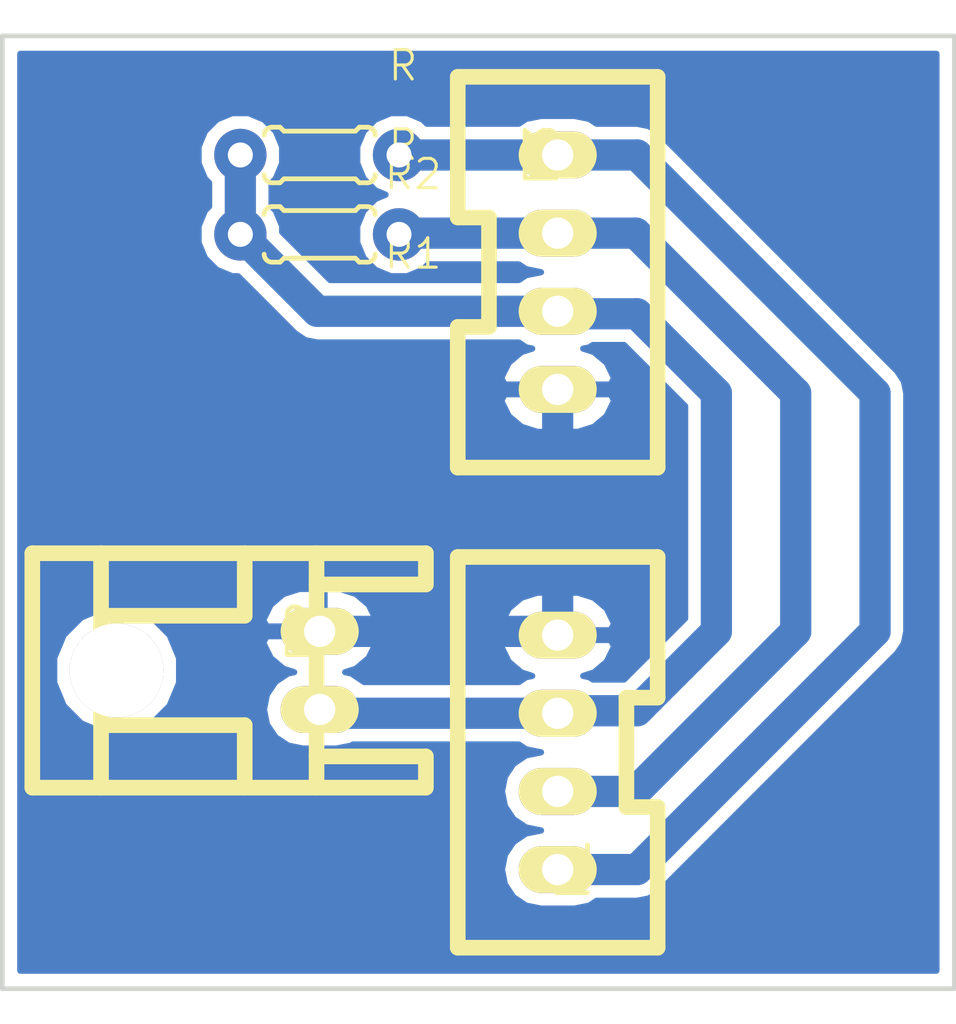
<source format=kicad_pcb>
(kicad_pcb (version 4) (host pcbnew 4.0.2-stable)

  (general
    (links 10)
    (no_connects 0)
    (area 101.524999 66.011666 132.155001 99.088333)
    (thickness 1.6)
    (drawings 4)
    (tracks 28)
    (zones 0)
    (modules 5)
    (nets 5)
  )

  (page A4)
  (layers
    (0 F.Cu signal)
    (31 B.Cu signal)
    (32 B.Adhes user)
    (33 F.Adhes user)
    (34 B.Paste user)
    (35 F.Paste user)
    (36 B.SilkS user)
    (37 F.SilkS user)
    (38 B.Mask user)
    (39 F.Mask user)
    (40 Dwgs.User user)
    (41 Cmts.User user)
    (42 Eco1.User user)
    (43 Eco2.User user)
    (44 Edge.Cuts user)
    (45 Margin user)
    (46 B.CrtYd user)
    (47 F.CrtYd user)
    (48 B.Fab user)
    (49 F.Fab user)
  )

  (setup
    (last_trace_width 1)
    (user_trace_width 0.5)
    (user_trace_width 1)
    (trace_clearance 0.2)
    (zone_clearance 0.4)
    (zone_45_only no)
    (trace_min 0.2)
    (segment_width 0.2)
    (edge_width 0.15)
    (via_size 0.6)
    (via_drill 0.4)
    (via_min_size 0.4)
    (via_min_drill 0.3)
    (user_via 1.2 0.8)
    (uvia_size 0.3)
    (uvia_drill 0.1)
    (uvias_allowed no)
    (uvia_min_size 0.2)
    (uvia_min_drill 0.1)
    (pcb_text_width 0.3)
    (pcb_text_size 1.5 1.5)
    (mod_edge_width 0.15)
    (mod_text_size 1 1)
    (mod_text_width 0.15)
    (pad_size 1.524 1.524)
    (pad_drill 0.762)
    (pad_to_mask_clearance 0.2)
    (aux_axis_origin 0 0)
    (visible_elements 7FFFFFFF)
    (pcbplotparams
      (layerselection 0x01000_80000000)
      (usegerberextensions false)
      (excludeedgelayer true)
      (linewidth 0.100000)
      (plotframeref false)
      (viasonmask false)
      (mode 1)
      (useauxorigin false)
      (hpglpennumber 1)
      (hpglpenspeed 20)
      (hpglpendiameter 15)
      (hpglpenoverlay 2)
      (psnegative false)
      (psa4output false)
      (plotreference true)
      (plotvalue true)
      (plotinvisibletext false)
      (padsonsilk false)
      (subtractmaskfromsilk false)
      (outputformat 1)
      (mirror false)
      (drillshape 0)
      (scaleselection 1)
      (outputdirectory ""))
  )

  (net 0 "")
  (net 1 GND)
  (net 2 +5V)
  (net 3 "Net-(P1-Pad3)")
  (net 4 "Net-(P1-Pad4)")

  (net_class Default "これは標準のネット クラスです。"
    (clearance 0.2)
    (trace_width 0.25)
    (via_dia 0.6)
    (via_drill 0.4)
    (uvia_dia 0.3)
    (uvia_drill 0.1)
    (add_net +5V)
    (add_net GND)
    (add_net "Net-(P1-Pad3)")
    (add_net "Net-(P1-Pad4)")
  )

  (module RP_KiCAD_Connector:XA_2LC (layer F.Cu) (tedit 5763B232) (tstamp 579F2A11)
    (at 111.76 86.36 270)
    (path /579F2B74)
    (fp_text reference P2 (at 0 0.5 270) (layer F.SilkS)
      (effects (font (size 1 1) (thickness 0.15)))
    )
    (fp_text value CONN_01X02 (at 0 -0.5 270) (layer F.Fab)
      (effects (font (size 1 1) (thickness 0.15)))
    )
    (fp_line (start -1.5 -3.4) (end -2.5 -3.4) (layer F.SilkS) (width 0.5))
    (fp_line (start 5 -3.4) (end 4 -3.4) (layer F.SilkS) (width 0.5))
    (fp_line (start 4 -3.4) (end 4 0.1) (layer F.SilkS) (width 0.5))
    (fp_line (start -1.5 -3.4) (end -1.5 0.1) (layer F.SilkS) (width 0.5))
    (fp_line (start 3 2.4) (end 5 2.4) (layer F.SilkS) (width 0.5))
    (fp_line (start -0.5 2.4) (end -2.5 2.4) (layer F.SilkS) (width 0.5))
    (fp_line (start 3 2.4) (end 3 7) (layer F.SilkS) (width 0.5))
    (fp_line (start -0.5 2.4) (end -0.5 7) (layer F.SilkS) (width 0.5))
    (fp_line (start -2.5 0.1) (end 5 0.1) (layer F.SilkS) (width 0.5))
    (fp_line (start -2.5 7) (end 5 7) (layer F.SilkS) (width 0.5))
    (fp_line (start -2.5 9.2) (end 5 9.2) (layer F.SilkS) (width 0.5))
    (fp_line (start 5 -3.4) (end 5 9.2) (layer F.SilkS) (width 0.5))
    (fp_line (start -2.5 -3.4) (end -2.5 9.2) (layer F.SilkS) (width 0.5))
    (pad 1 thru_hole oval (at 0 0 270) (size 1.5 2.5) (drill 1) (layers *.Cu *.Mask F.SilkS)
      (net 1 GND))
    (pad 2 thru_hole oval (at 2.5 0 270) (size 1.5 2.5) (drill 1) (layers *.Cu *.Mask F.SilkS)
      (net 2 +5V))
    (pad "" thru_hole circle (at 1.25 6.5 270) (size 3 3) (drill 3) (layers *.Cu *.Mask F.SilkS)
      (clearance -0.3))
    (model conn_XA/XA_2S.wrl
      (at (xyz 0.05 -0.2 0))
      (scale (xyz 4 4 4))
      (rotate (xyz 0 0 180))
    )
  )

  (module RP_KiCAD_Libs:0204_2f5 (layer F.Cu) (tedit 0) (tstamp 579F2A20)
    (at 111.76 73.66 180)
    (descr "<b>RESISTOR</b><p>\ntype 0204, grid 5 mm")
    (path /579F2A87)
    (fp_text reference R1 (at -2.0066 -1.1684 180) (layer F.SilkS)
      (effects (font (size 0.94107 0.94107) (thickness 0.09906)) (justify left bottom))
    )
    (fp_text value R (at -2.1336 2.3114 180) (layer F.SilkS)
      (effects (font (size 0.94107 0.94107) (thickness 0.09906)) (justify left bottom))
    )
    (fp_line (start 2.54 0) (end 2.032 0) (layer Dwgs.User) (width 0.508))
    (fp_line (start -2.54 0) (end -2.032 0) (layer Dwgs.User) (width 0.508))
    (fp_arc (start -1.524 -0.635) (end -1.778 -0.635) (angle 90) (layer F.SilkS) (width 0.1524))
    (fp_arc (start -1.524 0.635) (end -1.778 0.635) (angle -90) (layer F.SilkS) (width 0.1524))
    (fp_arc (start 1.524 0.635) (end 1.524 0.889) (angle -90) (layer F.SilkS) (width 0.1524))
    (fp_arc (start 1.524 -0.635) (end 1.524 -0.889) (angle 90) (layer F.SilkS) (width 0.1524))
    (fp_line (start -1.778 0.635) (end -1.778 -0.635) (layer Dwgs.User) (width 0.1524))
    (fp_line (start -1.524 -0.889) (end -1.27 -0.889) (layer F.SilkS) (width 0.1524))
    (fp_line (start -1.143 -0.762) (end -1.27 -0.889) (layer F.SilkS) (width 0.1524))
    (fp_line (start -1.524 0.889) (end -1.27 0.889) (layer F.SilkS) (width 0.1524))
    (fp_line (start -1.143 0.762) (end -1.27 0.889) (layer F.SilkS) (width 0.1524))
    (fp_line (start 1.143 -0.762) (end 1.27 -0.889) (layer F.SilkS) (width 0.1524))
    (fp_line (start 1.143 -0.762) (end -1.143 -0.762) (layer F.SilkS) (width 0.1524))
    (fp_line (start 1.143 0.762) (end 1.27 0.889) (layer F.SilkS) (width 0.1524))
    (fp_line (start 1.143 0.762) (end -1.143 0.762) (layer F.SilkS) (width 0.1524))
    (fp_line (start 1.524 -0.889) (end 1.27 -0.889) (layer F.SilkS) (width 0.1524))
    (fp_line (start 1.524 0.889) (end 1.27 0.889) (layer F.SilkS) (width 0.1524))
    (fp_line (start 1.778 0.635) (end 1.778 -0.635) (layer Dwgs.User) (width 0.1524))
    (fp_poly (pts (xy -2.032 0.254) (xy -1.778 0.254) (xy -1.778 -0.254) (xy -2.032 -0.254)) (layer Dwgs.User) (width 0))
    (fp_poly (pts (xy 1.778 0.254) (xy 2.032 0.254) (xy 2.032 -0.254) (xy 1.778 -0.254)) (layer Dwgs.User) (width 0))
    (pad 1 thru_hole circle (at -2.54 0 180) (size 1.6764 1.6764) (drill 0.8) (layers *.Cu *.Mask)
      (net 3 "Net-(P1-Pad3)"))
    (pad 2 thru_hole circle (at 2.54 0 180) (size 1.6764 1.6764) (drill 0.8) (layers *.Cu *.Mask)
      (net 2 +5V))
    (model discret/resistors/horizontal/r_h_1R.wrl
      (at (xyz 0 0 0))
      (scale (xyz 0.2 0.2 0.2))
      (rotate (xyz 0 0 0))
    )
  )

  (module RP_KiCAD_Libs:0204_2f5 (layer F.Cu) (tedit 0) (tstamp 579F2A26)
    (at 111.76 71.12 180)
    (descr "<b>RESISTOR</b><p>\ntype 0204, grid 5 mm")
    (path /579F2ADA)
    (fp_text reference R2 (at -2.0066 -1.1684 180) (layer F.SilkS)
      (effects (font (size 0.94107 0.94107) (thickness 0.09906)) (justify left bottom))
    )
    (fp_text value R (at -2.1336 2.3114 180) (layer F.SilkS)
      (effects (font (size 0.94107 0.94107) (thickness 0.09906)) (justify left bottom))
    )
    (fp_line (start 2.54 0) (end 2.032 0) (layer Dwgs.User) (width 0.508))
    (fp_line (start -2.54 0) (end -2.032 0) (layer Dwgs.User) (width 0.508))
    (fp_arc (start -1.524 -0.635) (end -1.778 -0.635) (angle 90) (layer F.SilkS) (width 0.1524))
    (fp_arc (start -1.524 0.635) (end -1.778 0.635) (angle -90) (layer F.SilkS) (width 0.1524))
    (fp_arc (start 1.524 0.635) (end 1.524 0.889) (angle -90) (layer F.SilkS) (width 0.1524))
    (fp_arc (start 1.524 -0.635) (end 1.524 -0.889) (angle 90) (layer F.SilkS) (width 0.1524))
    (fp_line (start -1.778 0.635) (end -1.778 -0.635) (layer Dwgs.User) (width 0.1524))
    (fp_line (start -1.524 -0.889) (end -1.27 -0.889) (layer F.SilkS) (width 0.1524))
    (fp_line (start -1.143 -0.762) (end -1.27 -0.889) (layer F.SilkS) (width 0.1524))
    (fp_line (start -1.524 0.889) (end -1.27 0.889) (layer F.SilkS) (width 0.1524))
    (fp_line (start -1.143 0.762) (end -1.27 0.889) (layer F.SilkS) (width 0.1524))
    (fp_line (start 1.143 -0.762) (end 1.27 -0.889) (layer F.SilkS) (width 0.1524))
    (fp_line (start 1.143 -0.762) (end -1.143 -0.762) (layer F.SilkS) (width 0.1524))
    (fp_line (start 1.143 0.762) (end 1.27 0.889) (layer F.SilkS) (width 0.1524))
    (fp_line (start 1.143 0.762) (end -1.143 0.762) (layer F.SilkS) (width 0.1524))
    (fp_line (start 1.524 -0.889) (end 1.27 -0.889) (layer F.SilkS) (width 0.1524))
    (fp_line (start 1.524 0.889) (end 1.27 0.889) (layer F.SilkS) (width 0.1524))
    (fp_line (start 1.778 0.635) (end 1.778 -0.635) (layer Dwgs.User) (width 0.1524))
    (fp_poly (pts (xy -2.032 0.254) (xy -1.778 0.254) (xy -1.778 -0.254) (xy -2.032 -0.254)) (layer Dwgs.User) (width 0))
    (fp_poly (pts (xy 1.778 0.254) (xy 2.032 0.254) (xy 2.032 -0.254) (xy 1.778 -0.254)) (layer Dwgs.User) (width 0))
    (pad 1 thru_hole circle (at -2.54 0 180) (size 1.6764 1.6764) (drill 0.8) (layers *.Cu *.Mask)
      (net 4 "Net-(P1-Pad4)"))
    (pad 2 thru_hole circle (at 2.54 0 180) (size 1.6764 1.6764) (drill 0.8) (layers *.Cu *.Mask)
      (net 2 +5V))
    (model discret/resistors/horizontal/r_h_1R.wrl
      (at (xyz 0 0 0))
      (scale (xyz 0.2 0.2 0.2))
      (rotate (xyz 0 0 0))
    )
  )

  (module RP_KiCAD_Connector:XA_4T (layer F.Cu) (tedit 5763BB94) (tstamp 579F2A6C)
    (at 119.38 93.98 90)
    (path /579F29C3)
    (fp_text reference P1 (at 0 0.5 90) (layer F.SilkS)
      (effects (font (size 1 1) (thickness 0.15)))
    )
    (fp_text value CONN_01X04 (at 0 -0.5 90) (layer F.Fab)
      (effects (font (size 1 1) (thickness 0.15)))
    )
    (fp_line (start -2.5 3.2) (end 2 3.2) (layer F.SilkS) (width 0.5))
    (fp_line (start 2 3.2) (end 2 2.2) (layer F.SilkS) (width 0.5))
    (fp_line (start 2 2.2) (end 5.5 2.2) (layer F.SilkS) (width 0.5))
    (fp_line (start 5.5 2.2) (end 5.5 3.2) (layer F.SilkS) (width 0.5))
    (fp_line (start 5.5 3.2) (end 10 3.2) (layer F.SilkS) (width 0.5))
    (fp_line (start 10 -3.2) (end -2.5 -3.2) (layer F.SilkS) (width 0.5))
    (fp_line (start 10 3.2) (end 10 -3.2) (layer F.SilkS) (width 0.5))
    (fp_line (start -2.5 -3.2) (end -2.5 3.2) (layer F.SilkS) (width 0.5))
    (pad 4 thru_hole oval (at 0 0 90) (size 1.5 2.5) (drill 1) (layers *.Cu *.Mask F.SilkS)
      (net 4 "Net-(P1-Pad4)"))
    (pad 3 thru_hole oval (at 2.5 0 90) (size 1.5 2.5) (drill 1) (layers *.Cu *.Mask F.SilkS)
      (net 3 "Net-(P1-Pad3)"))
    (pad 2 thru_hole oval (at 5 0 90) (size 1.5 2.5) (drill 1) (layers *.Cu *.Mask F.SilkS)
      (net 2 +5V))
    (pad 1 thru_hole oval (at 7.5 0 90) (size 1.5 2.5) (drill 1) (layers *.Cu *.Mask F.SilkS)
      (net 1 GND))
    (model conn_XA/XA_4T.wrl
      (at (xyz 0.15 0 0))
      (scale (xyz 3.95 3.95 3.95))
      (rotate (xyz -90 0 0))
    )
  )

  (module RP_KiCAD_Connector:XA_4T (layer F.Cu) (tedit 5763BB94) (tstamp 579F2A73)
    (at 119.38 71.12 270)
    (path /579F2980)
    (fp_text reference P3 (at 0 0.5 270) (layer F.SilkS)
      (effects (font (size 1 1) (thickness 0.15)))
    )
    (fp_text value CONN_01X04 (at 0 -0.5 270) (layer F.Fab)
      (effects (font (size 1 1) (thickness 0.15)))
    )
    (fp_line (start -2.5 3.2) (end 2 3.2) (layer F.SilkS) (width 0.5))
    (fp_line (start 2 3.2) (end 2 2.2) (layer F.SilkS) (width 0.5))
    (fp_line (start 2 2.2) (end 5.5 2.2) (layer F.SilkS) (width 0.5))
    (fp_line (start 5.5 2.2) (end 5.5 3.2) (layer F.SilkS) (width 0.5))
    (fp_line (start 5.5 3.2) (end 10 3.2) (layer F.SilkS) (width 0.5))
    (fp_line (start 10 -3.2) (end -2.5 -3.2) (layer F.SilkS) (width 0.5))
    (fp_line (start 10 3.2) (end 10 -3.2) (layer F.SilkS) (width 0.5))
    (fp_line (start -2.5 -3.2) (end -2.5 3.2) (layer F.SilkS) (width 0.5))
    (pad 4 thru_hole oval (at 0 0 270) (size 1.5 2.5) (drill 1) (layers *.Cu *.Mask F.SilkS)
      (net 4 "Net-(P1-Pad4)"))
    (pad 3 thru_hole oval (at 2.5 0 270) (size 1.5 2.5) (drill 1) (layers *.Cu *.Mask F.SilkS)
      (net 3 "Net-(P1-Pad3)"))
    (pad 2 thru_hole oval (at 5 0 270) (size 1.5 2.5) (drill 1) (layers *.Cu *.Mask F.SilkS)
      (net 2 +5V))
    (pad 1 thru_hole oval (at 7.5 0 270) (size 1.5 2.5) (drill 1) (layers *.Cu *.Mask F.SilkS)
      (net 1 GND))
    (model conn_XA/XA_4T.wrl
      (at (xyz 0.15 0 0))
      (scale (xyz 3.95 3.95 3.95))
      (rotate (xyz -90 0 0))
    )
  )

  (gr_line (start 101.6 67.31) (end 132.08 67.31) (angle 90) (layer Edge.Cuts) (width 0.15))
  (gr_line (start 101.6 97.79) (end 101.6 67.31) (angle 90) (layer Edge.Cuts) (width 0.15))
  (gr_line (start 132.08 97.79) (end 101.6 97.79) (angle 90) (layer Edge.Cuts) (width 0.15))
  (gr_line (start 132.08 67.31) (end 132.08 97.79) (angle 90) (layer Edge.Cuts) (width 0.15))

  (segment (start 111.76 86.36) (end 119.26 86.36) (width 1) (layer B.Cu) (net 1) (status C00000))
  (segment (start 119.26 86.36) (end 119.38 86.48) (width 1) (layer B.Cu) (net 1) (tstamp 579F2AE0) (status C00000))
  (segment (start 119.38 78.62) (end 119.38 86.48) (width 1) (layer B.Cu) (net 1))
  (segment (start 119.38 76.12) (end 111.68 76.12) (width 1) (layer B.Cu) (net 2) (status 400000))
  (segment (start 111.68 76.12) (end 109.22 73.66) (width 1) (layer B.Cu) (net 2) (tstamp 579F2AE8) (status 800000))
  (segment (start 119.38 88.98) (end 111.88 88.98) (width 1) (layer B.Cu) (net 2) (status C00000))
  (segment (start 111.88 88.98) (end 111.76 88.86) (width 1) (layer B.Cu) (net 2) (tstamp 579F2AE3) (status C00000))
  (segment (start 109.22 71.12) (end 109.22 73.66) (width 1) (layer B.Cu) (net 2) (status C00000))
  (segment (start 119.38 76.12) (end 119.46 76.2) (width 1) (layer B.Cu) (net 2))
  (segment (start 119.46 76.2) (end 121.92 76.2) (width 1) (layer B.Cu) (net 2) (tstamp 579F2AA9))
  (segment (start 121.92 76.2) (end 124.46 78.74) (width 1) (layer B.Cu) (net 2) (tstamp 579F2AAA))
  (segment (start 124.46 78.74) (end 124.46 86.36) (width 1) (layer B.Cu) (net 2) (tstamp 579F2AAB))
  (segment (start 124.46 86.36) (end 121.92 88.9) (width 1) (layer B.Cu) (net 2) (tstamp 579F2AAC))
  (segment (start 121.92 88.9) (end 119.46 88.9) (width 1) (layer B.Cu) (net 2) (tstamp 579F2AAD))
  (segment (start 119.46 88.9) (end 119.38 88.98) (width 1) (layer B.Cu) (net 2) (tstamp 579F2AAE))
  (segment (start 119.38 73.62) (end 114.34 73.62) (width 1) (layer B.Cu) (net 3) (status C00000))
  (segment (start 114.34 73.62) (end 114.3 73.66) (width 1) (layer B.Cu) (net 3) (tstamp 579F2ADB) (status C00000))
  (segment (start 119.38 73.62) (end 121.88 73.62) (width 1) (layer B.Cu) (net 3))
  (segment (start 121.88 91.48) (end 119.38 91.48) (width 1) (layer B.Cu) (net 3) (tstamp 579F2ABB))
  (segment (start 127 86.36) (end 121.88 91.48) (width 1) (layer B.Cu) (net 3) (tstamp 579F2AB9))
  (segment (start 127 78.74) (end 127 86.36) (width 1) (layer B.Cu) (net 3) (tstamp 579F2AB7))
  (segment (start 121.88 73.62) (end 127 78.74) (width 1) (layer B.Cu) (net 3) (tstamp 579F2AB6))
  (segment (start 114.3 71.12) (end 119.38 71.12) (width 1) (layer B.Cu) (net 4) (status C00000))
  (segment (start 119.38 71.12) (end 121.92 71.12) (width 1) (layer B.Cu) (net 4))
  (segment (start 121.92 93.98) (end 119.38 93.98) (width 1) (layer B.Cu) (net 4) (tstamp 579F2AC2))
  (segment (start 129.54 86.36) (end 121.92 93.98) (width 1) (layer B.Cu) (net 4) (tstamp 579F2AC0))
  (segment (start 129.54 78.74) (end 129.54 86.36) (width 1) (layer B.Cu) (net 4) (tstamp 579F2ABF))
  (segment (start 121.92 71.12) (end 129.54 78.74) (width 1) (layer B.Cu) (net 4) (tstamp 579F2ABE))

  (zone (net 1) (net_name GND) (layer B.Cu) (tstamp 579F2AEB) (hatch edge 0.508)
    (connect_pads (clearance 0.4))
    (min_thickness 0.2)
    (fill yes (arc_segments 16) (thermal_gap 0.508) (thermal_bridge_width 0.508))
    (polygon
      (pts
        (xy 132.08 97.79) (xy 101.6 97.79) (xy 101.6 67.31) (xy 132.08 67.31) (xy 132.08 97.79)
      )
    )
    (filled_polygon
      (pts
        (xy 131.505 97.215) (xy 102.175 97.215) (xy 102.175 88.006079) (xy 103.259654 88.006079) (xy 103.563494 88.741429)
        (xy 104.125612 89.304529) (xy 104.86043 89.609652) (xy 105.656079 89.610346) (xy 106.391429 89.306506) (xy 106.954529 88.744388)
        (xy 107.259652 88.00957) (xy 107.260346 87.213921) (xy 106.956506 86.478571) (xy 106.475604 85.996828) (xy 109.951462 85.996828)
        (xy 110.063873 86.206) (xy 111.606 86.206) (xy 111.606 85.002) (xy 111.914 85.002) (xy 111.914 86.206)
        (xy 113.456127 86.206) (xy 113.504048 86.116828) (xy 117.571462 86.116828) (xy 117.683873 86.326) (xy 119.226 86.326)
        (xy 119.226 85.122) (xy 119.534 85.122) (xy 119.534 86.326) (xy 121.076127 86.326) (xy 121.188538 86.116828)
        (xy 120.949146 85.628644) (xy 120.541962 85.284305) (xy 120.034 85.122) (xy 119.534 85.122) (xy 119.226 85.122)
        (xy 118.726 85.122) (xy 118.218038 85.284305) (xy 117.810854 85.628644) (xy 117.571462 86.116828) (xy 113.504048 86.116828)
        (xy 113.568538 85.996828) (xy 113.329146 85.508644) (xy 112.921962 85.164305) (xy 112.414 85.002) (xy 111.914 85.002)
        (xy 111.606 85.002) (xy 111.106 85.002) (xy 110.598038 85.164305) (xy 110.190854 85.508644) (xy 109.951462 85.996828)
        (xy 106.475604 85.996828) (xy 106.394388 85.915471) (xy 105.65957 85.610348) (xy 104.863921 85.609654) (xy 104.128571 85.913494)
        (xy 103.565471 86.475612) (xy 103.260348 87.21043) (xy 103.259654 88.006079) (xy 102.175 88.006079) (xy 102.175 78.983172)
        (xy 117.571462 78.983172) (xy 117.810854 79.471356) (xy 118.218038 79.815695) (xy 118.726 79.978) (xy 119.226 79.978)
        (xy 119.226 78.774) (xy 119.534 78.774) (xy 119.534 79.978) (xy 120.034 79.978) (xy 120.541962 79.815695)
        (xy 120.949146 79.471356) (xy 121.188538 78.983172) (xy 121.076127 78.774) (xy 119.534 78.774) (xy 119.226 78.774)
        (xy 117.683873 78.774) (xy 117.571462 78.983172) (xy 102.175 78.983172) (xy 102.175 71.385017) (xy 107.881568 71.385017)
        (xy 108.084868 71.877039) (xy 108.22 72.012407) (xy 108.22 72.767405) (xy 108.086191 72.900981) (xy 107.882033 73.392648)
        (xy 107.881568 73.925017) (xy 108.084868 74.417039) (xy 108.460981 74.793809) (xy 108.952648 74.997967) (xy 109.14392 74.998134)
        (xy 110.972893 76.827107) (xy 111.297317 77.04388) (xy 111.68 77.12) (xy 118.135613 77.12) (xy 118.367361 77.274849)
        (xy 118.563613 77.313886) (xy 118.218038 77.424305) (xy 117.810854 77.768644) (xy 117.571462 78.256828) (xy 117.683873 78.466)
        (xy 119.226 78.466) (xy 119.226 78.446) (xy 119.534 78.446) (xy 119.534 78.466) (xy 121.076127 78.466)
        (xy 121.188538 78.256828) (xy 120.949146 77.768644) (xy 120.541962 77.424305) (xy 120.196387 77.313886) (xy 120.392639 77.274849)
        (xy 120.504658 77.2) (xy 121.505786 77.2) (xy 123.46 79.154213) (xy 123.46 85.945787) (xy 121.505786 87.9)
        (xy 120.504658 87.9) (xy 120.392639 87.825151) (xy 120.196387 87.786114) (xy 120.541962 87.675695) (xy 120.949146 87.331356)
        (xy 121.188538 86.843172) (xy 121.076127 86.634) (xy 119.534 86.634) (xy 119.534 86.654) (xy 119.226 86.654)
        (xy 119.226 86.634) (xy 117.683873 86.634) (xy 117.571462 86.843172) (xy 117.810854 87.331356) (xy 118.218038 87.675695)
        (xy 118.563613 87.786114) (xy 118.367361 87.825151) (xy 118.135613 87.98) (xy 113.180763 87.98) (xy 113.178168 87.976117)
        (xy 112.772639 87.705151) (xy 112.576387 87.666114) (xy 112.921962 87.555695) (xy 113.329146 87.211356) (xy 113.568538 86.723172)
        (xy 113.456127 86.514) (xy 111.914 86.514) (xy 111.914 86.534) (xy 111.606 86.534) (xy 111.606 86.514)
        (xy 110.063873 86.514) (xy 109.951462 86.723172) (xy 110.190854 87.211356) (xy 110.598038 87.555695) (xy 110.943613 87.666114)
        (xy 110.747361 87.705151) (xy 110.341832 87.976117) (xy 110.070866 88.381646) (xy 109.975715 88.86) (xy 110.070866 89.338354)
        (xy 110.341832 89.743883) (xy 110.747361 90.014849) (xy 111.225715 90.11) (xy 112.294285 90.11) (xy 112.772639 90.014849)
        (xy 112.824794 89.98) (xy 118.135613 89.98) (xy 118.367361 90.134849) (xy 118.845715 90.23) (xy 118.367361 90.325151)
        (xy 117.961832 90.596117) (xy 117.690866 91.001646) (xy 117.595715 91.48) (xy 117.690866 91.958354) (xy 117.961832 92.363883)
        (xy 118.367361 92.634849) (xy 118.845715 92.73) (xy 118.367361 92.825151) (xy 117.961832 93.096117) (xy 117.690866 93.501646)
        (xy 117.595715 93.98) (xy 117.690866 94.458354) (xy 117.961832 94.863883) (xy 118.367361 95.134849) (xy 118.845715 95.23)
        (xy 119.914285 95.23) (xy 120.392639 95.134849) (xy 120.624387 94.98) (xy 121.92 94.98) (xy 122.302684 94.90388)
        (xy 122.627107 94.687107) (xy 130.247107 87.067107) (xy 130.463879 86.742684) (xy 130.46388 86.742683) (xy 130.54 86.36)
        (xy 130.54 78.74) (xy 130.46388 78.357317) (xy 130.247107 78.032893) (xy 122.627107 70.412893) (xy 122.302684 70.19612)
        (xy 121.92 70.12) (xy 120.624387 70.12) (xy 120.392639 69.965151) (xy 119.914285 69.87) (xy 118.845715 69.87)
        (xy 118.367361 69.965151) (xy 118.135613 70.12) (xy 115.192595 70.12) (xy 115.059019 69.986191) (xy 114.567352 69.782033)
        (xy 114.034983 69.781568) (xy 113.542961 69.984868) (xy 113.166191 70.360981) (xy 112.962033 70.852648) (xy 112.961568 71.385017)
        (xy 113.164868 71.877039) (xy 113.540981 72.253809) (xy 113.869165 72.390083) (xy 113.542961 72.524868) (xy 113.166191 72.900981)
        (xy 112.962033 73.392648) (xy 112.961568 73.925017) (xy 113.164868 74.417039) (xy 113.540981 74.793809) (xy 114.032648 74.997967)
        (xy 114.565017 74.998432) (xy 115.057039 74.795132) (xy 115.232477 74.62) (xy 118.135613 74.62) (xy 118.367361 74.774849)
        (xy 118.845715 74.87) (xy 118.367361 74.965151) (xy 118.135613 75.12) (xy 112.094214 75.12) (xy 110.558267 73.584053)
        (xy 110.558432 73.394983) (xy 110.355132 72.902961) (xy 110.22 72.767593) (xy 110.22 72.012595) (xy 110.353809 71.879019)
        (xy 110.557967 71.387352) (xy 110.558432 70.854983) (xy 110.355132 70.362961) (xy 109.979019 69.986191) (xy 109.487352 69.782033)
        (xy 108.954983 69.781568) (xy 108.462961 69.984868) (xy 108.086191 70.360981) (xy 107.882033 70.852648) (xy 107.881568 71.385017)
        (xy 102.175 71.385017) (xy 102.175 67.885) (xy 131.505 67.885)
      )
    )
  )
)

</source>
